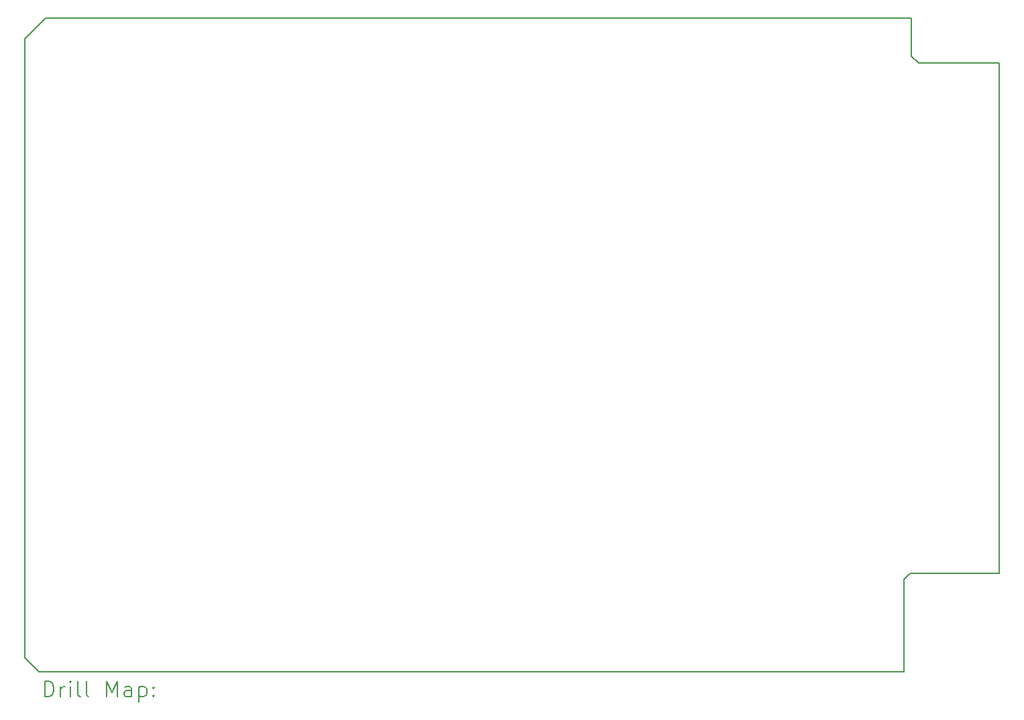
<source format=gbr>
%FSLAX45Y45*%
G04 Gerber Fmt 4.5, Leading zero omitted, Abs format (unit mm)*
G04 Created by KiCad (PCBNEW 6.0.2+dfsg-1) date 2023-03-10 19:29:58*
%MOMM*%
%LPD*%
G01*
G04 APERTURE LIST*
%TA.AperFunction,Profile*%
%ADD10C,0.150000*%
%TD*%
%ADD11C,0.200000*%
G04 APERTURE END LIST*
D10*
X23606760Y-7493000D02*
X23515320Y-7406640D01*
X24622760Y-7493000D02*
X23606760Y-7493000D01*
X23495000Y-13949698D02*
X23423880Y-14020818D01*
X24622760Y-13949698D02*
X23495000Y-13949698D01*
X12588238Y-6924040D02*
X23515395Y-6924040D01*
X12588240Y-6924040D02*
X12324080Y-7193280D01*
X12324080Y-15011400D02*
X12324080Y-7193280D01*
X12501880Y-15189200D02*
X12324080Y-15011400D01*
X23423891Y-15189200D02*
X12501880Y-15189200D01*
X23423880Y-14020623D02*
X23423880Y-15189200D01*
X24622760Y-7493000D02*
X24622760Y-13949698D01*
X23515320Y-6924040D02*
X23515320Y-7406640D01*
D11*
X12574199Y-15507176D02*
X12574199Y-15307176D01*
X12621818Y-15307176D01*
X12650389Y-15316700D01*
X12669437Y-15335748D01*
X12678961Y-15354795D01*
X12688485Y-15392890D01*
X12688485Y-15421462D01*
X12678961Y-15459557D01*
X12669437Y-15478605D01*
X12650389Y-15497652D01*
X12621818Y-15507176D01*
X12574199Y-15507176D01*
X12774199Y-15507176D02*
X12774199Y-15373843D01*
X12774199Y-15411938D02*
X12783723Y-15392890D01*
X12793247Y-15383367D01*
X12812294Y-15373843D01*
X12831342Y-15373843D01*
X12898008Y-15507176D02*
X12898008Y-15373843D01*
X12898008Y-15307176D02*
X12888485Y-15316700D01*
X12898008Y-15326224D01*
X12907532Y-15316700D01*
X12898008Y-15307176D01*
X12898008Y-15326224D01*
X13021818Y-15507176D02*
X13002770Y-15497652D01*
X12993247Y-15478605D01*
X12993247Y-15307176D01*
X13126580Y-15507176D02*
X13107532Y-15497652D01*
X13098008Y-15478605D01*
X13098008Y-15307176D01*
X13355151Y-15507176D02*
X13355151Y-15307176D01*
X13421818Y-15450033D01*
X13488485Y-15307176D01*
X13488485Y-15507176D01*
X13669437Y-15507176D02*
X13669437Y-15402414D01*
X13659913Y-15383367D01*
X13640866Y-15373843D01*
X13602770Y-15373843D01*
X13583723Y-15383367D01*
X13669437Y-15497652D02*
X13650389Y-15507176D01*
X13602770Y-15507176D01*
X13583723Y-15497652D01*
X13574199Y-15478605D01*
X13574199Y-15459557D01*
X13583723Y-15440509D01*
X13602770Y-15430986D01*
X13650389Y-15430986D01*
X13669437Y-15421462D01*
X13764675Y-15373843D02*
X13764675Y-15573843D01*
X13764675Y-15383367D02*
X13783723Y-15373843D01*
X13821818Y-15373843D01*
X13840866Y-15383367D01*
X13850389Y-15392890D01*
X13859913Y-15411938D01*
X13859913Y-15469081D01*
X13850389Y-15488128D01*
X13840866Y-15497652D01*
X13821818Y-15507176D01*
X13783723Y-15507176D01*
X13764675Y-15497652D01*
X13945628Y-15488128D02*
X13955151Y-15497652D01*
X13945628Y-15507176D01*
X13936104Y-15497652D01*
X13945628Y-15488128D01*
X13945628Y-15507176D01*
X13945628Y-15383367D02*
X13955151Y-15392890D01*
X13945628Y-15402414D01*
X13936104Y-15392890D01*
X13945628Y-15383367D01*
X13945628Y-15402414D01*
M02*

</source>
